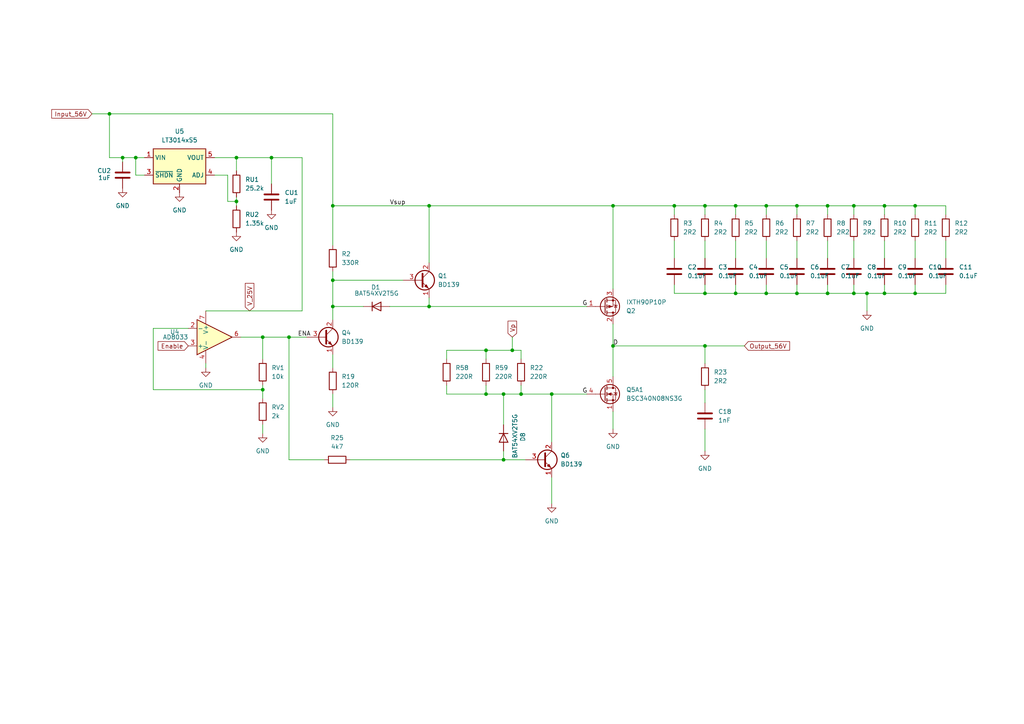
<source format=kicad_sch>
(kicad_sch (version 20231120) (generator "eeschema") (generator_version "8.0")
  (paper "A4")
  (lib_symbols
    (symbol "Amplifier_Operational:AD8001AR" (pin_names (offset 0.127))
      (property "Reference" "U4" (at -12.7 3.81 0))
      (property "Value" "AD8033" (at -7.62 0 0))
      (symbol "AD8001AR_0_1"
        (polyline (pts (xy -5.08 5.08) (xy 5.08 0) (xy -5.08 -5.08) (xy -5.08 5.08)) (stroke (width 0.254)) (fill (type background)))
      )
      (symbol "AD8001AR_1_1"
        (pin no_connect line (at -2.54 2.54 270) (length 2.54) hide (name "NC") (number "1"))
        (pin input line (at -7.62 -2.54 0) (length 2.54) (name "-") (number "2"))
        (pin input line (at -7.62 2.54 0) (length 2.54) (name "+") (number "3"))
        (pin power_in line (at -2.54 7.62 270) (length 3.81) (name "V-") (number "4"))
        (pin no_connect line (at 0 2.54 270) (length 2.54) hide (name "NC") (number "5"))
        (pin output line (at 7.62 0 180) (length 2.54) (name "~") (number "6"))
        (pin power_in line (at -2.54 -7.62 90) (length 3.81) (name "V+") (number "7"))
        (pin no_connect line (at 0 -2.54 90) (length 2.54) hide (name "NC") (number "8"))
      )
    )
    (symbol "Device:C" (pin_numbers hide) (pin_names (offset 0.254))
      (property "Reference" "C" (at 0.635 2.54 0))
      (property "Value" "C" (at 0.635 -2.54 0))
      (symbol "C_0_1"
        (polyline (pts (xy -2.032 -0.762) (xy 2.032 -0.762)) (stroke (width 0.508)))
        (polyline (pts (xy -2.032 0.762) (xy 2.032 0.762)) (stroke (width 0.508)))
      )
      (symbol "C_1_1"
        (pin passive line (at 0 3.81 270) (length 2.794) (name "~") (number "1"))
        (pin passive line (at 0 -3.81 90) (length 2.794) (name "~") (number "2"))
      )
    )
    (symbol "Device:Q_PMOS_SGD" (pin_names (offset 0) hide)
      (property "Reference" "Q2" (at 6.35 1.2701 0))
      (property "Value" "IXTH90P10P" (at 6.35 -1.2699 0))
      (symbol "Q_PMOS_SGD_0_1"
        (polyline (pts (xy 0.254 0) (xy -2.54 0)))
        (polyline (pts (xy 0.254 1.905) (xy 0.254 -1.905)) (stroke (width 0.254)))
        (polyline (pts (xy 0.762 -1.27) (xy 0.762 -2.286)) (stroke (width 0.254)))
        (polyline (pts (xy 0.762 0.508) (xy 0.762 -0.508)) (stroke (width 0.254)))
        (polyline (pts (xy 0.762 2.286) (xy 0.762 1.27)) (stroke (width 0.254)))
        (polyline (pts (xy 2.54 2.54) (xy 2.54 1.778)))
        (polyline (pts (xy 2.54 -2.54) (xy 2.54 0) (xy 0.762 0)))
        (polyline (pts (xy 0.762 1.778) (xy 3.302 1.778) (xy 3.302 -1.778) (xy 0.762 -1.778)))
        (polyline (pts (xy 2.286 0) (xy 1.27 0.381) (xy 1.27 -0.381) (xy 2.286 0)) (fill (type outline)))
        (polyline (pts (xy 2.794 -0.508) (xy 2.921 -0.381) (xy 3.683 -0.381) (xy 3.81 -0.254)))
        (polyline (pts (xy 3.302 -0.381) (xy 2.921 0.254) (xy 3.683 0.254) (xy 3.302 -0.381)))
        (circle (center 1.651 0) (radius 2.794) (stroke (width 0.254)))
        (circle (center 2.54 -1.778) (radius 0.254) (fill (type outline)))
        (circle (center 2.54 1.778) (radius 0.254) (fill (type outline)))
      )
      (symbol "Q_PMOS_SGD_1_1"
        (pin input line (at -5.08 0 0) (length 2.54) (name "G") (number "1"))
        (pin passive line (at 2.54 5.08 270) (length 2.54) (name "D") (number "2"))
        (pin passive line (at 2.54 -5.08 90) (length 2.54) (name "S") (number "3"))
      )
    )
    (symbol "Device:R" (pin_numbers hide) (pin_names (offset 0))
      (property "Reference" "R" (at 2.032 0 90))
      (property "Value" "R" (at 0 0 90))
      (symbol "R_0_1"
        (rectangle (start -1.016 -2.54) (end 1.016 2.54) (stroke (width 0.254)))
      )
      (symbol "R_1_1"
        (pin passive line (at 0 3.81 270) (length 1.27) (name "~") (number "1"))
        (pin passive line (at 0 -3.81 90) (length 1.27) (name "~") (number "2"))
      )
    )
    (symbol "Regulator_Linear:LT3014xS5"
      (property "Reference" "U" (at -6.985 6.35 0))
      (property "Value" "LT3014xS5" (at 5.08 6.35 0))
      (symbol "LT3014xS5_0_1"
        (rectangle (start -7.62 5.08) (end 7.62 -5.08) (stroke (width 0.254)) (fill (type background)))
      )
      (symbol "LT3014xS5_1_1"
        (pin power_in line (at -10.16 2.54 0) (length 2.54) (name "VIN") (number "1"))
        (pin power_in line (at 0 -7.62 90) (length 2.54) (name "GND") (number "2"))
        (pin input line (at -10.16 -2.54 0) (length 2.54) (name "~{SHDN}") (number "3"))
        (pin input line (at 10.16 -2.54 180) (length 2.54) (name "ADJ") (number "4"))
        (pin power_out line (at 10.16 2.54 180) (length 2.54) (name "VOUT") (number "5"))
      )
    )
    (symbol "Simulation_SPICE:DIODE" (pin_numbers hide) (pin_names (offset 1.016) hide)
      (property "Reference" "D" (at 0 2.54 0))
      (property "Value" "DIODE" (at 0 -2.54 0))
      (symbol "DIODE_0_1"
        (polyline (pts (xy 1.27 0) (xy -1.27 0)))
        (polyline (pts (xy 1.27 1.27) (xy 1.27 -1.27)) (stroke (width 0.254)))
        (polyline (pts (xy -1.27 -1.27) (xy -1.27 1.27) (xy 1.27 0) (xy -1.27 -1.27)) (stroke (width 0.254)))
      )
      (symbol "DIODE_1_1"
        (pin passive line (at -3.81 0 0) (length 2.54) (name "A") (number "1"))
        (pin passive line (at 3.81 0 180) (length 2.54) (name "K") (number "2"))
      )
    )
    (symbol "Transistor_BJT:BD139" (pin_names (offset 0) hide)
      (property "Reference" "Q" (at 5.08 1.905 0))
      (property "Value" "BD139" (at 5.08 0 0))
      (symbol "BD139_0_1"
        (polyline (pts (xy 0 0) (xy 0.635 0)))
        (polyline (pts (xy 2.54 -2.54) (xy 0.635 -0.635)))
        (polyline (pts (xy 2.54 2.54) (xy 0.635 0.635)))
        (polyline (pts (xy 0.635 1.905) (xy 0.635 -1.905) (xy 0.635 -1.905)) (stroke (width 0.508)) (fill (type outline)))
        (polyline (pts (xy 1.2446 -1.778) (xy 1.7526 -1.27) (xy 2.286 -2.286) (xy 1.2446 -1.778) (xy 1.2446 -1.778)) (fill (type outline)))
        (circle (center 1.27 0) (radius 2.8194) (stroke (width 0.3048)))
      )
      (symbol "BD139_1_1"
        (pin passive line (at 2.54 -5.08 90) (length 2.54) (name "E") (number "1"))
        (pin passive line (at 2.54 5.08 270) (length 2.54) (name "C") (number "2"))
        (pin input line (at -5.08 0 0) (length 5.08) (name "B") (number "3"))
      )
    )
    (symbol "Transistor_FET:BSC340N08NS3G" (pin_names hide)
      (property "Reference" "Q" (at 5.08 1.905 0))
      (property "Value" "BSC340N08NS3G" (at 5.08 0 0))
      (symbol "BSC340N08NS3G_0_1"
        (polyline (pts (xy 0.254 0) (xy -2.54 0)))
        (polyline (pts (xy 0.254 1.905) (xy 0.254 -1.905)) (stroke (width 0.254)))
        (polyline (pts (xy 0.762 -1.27) (xy 0.762 -2.286)) (stroke (width 0.254)))
        (polyline (pts (xy 0.762 0.508) (xy 0.762 -0.508)) (stroke (width 0.254)))
        (polyline (pts (xy 0.762 2.286) (xy 0.762 1.27)) (stroke (width 0.254)))
        (polyline (pts (xy 2.54 2.54) (xy 2.54 1.778)))
        (polyline (pts (xy 2.54 -2.54) (xy 2.54 0) (xy 0.762 0)))
        (polyline (pts (xy 0.762 -1.778) (xy 3.302 -1.778) (xy 3.302 1.778) (xy 0.762 1.778)))
        (polyline (pts (xy 1.016 0) (xy 2.032 0.381) (xy 2.032 -0.381) (xy 1.016 0)) (fill (type outline)))
        (polyline (pts (xy 2.794 0.508) (xy 2.921 0.381) (xy 3.683 0.381) (xy 3.81 0.254)))
        (polyline (pts (xy 3.302 0.381) (xy 2.921 -0.254) (xy 3.683 -0.254) (xy 3.302 0.381)))
        (circle (center 1.651 0) (radius 2.794) (stroke (width 0.254)))
        (circle (center 2.54 -1.778) (radius 0.254) (fill (type outline)))
        (circle (center 2.54 1.778) (radius 0.254) (fill (type outline)))
      )
      (symbol "BSC340N08NS3G_1_1"
        (pin passive line (at 2.54 -5.08 90) (length 2.54) (name "S") (number "1"))
        (pin passive line (at 2.54 -5.08 90) (length 2.54) hide (name "S") (number "2"))
        (pin passive line (at 2.54 -5.08 90) (length 2.54) hide (name "S") (number "3"))
        (pin passive line (at -5.08 0 0) (length 2.54) (name "G") (number "4"))
        (pin passive line (at 2.54 5.08 270) (length 2.54) (name "D") (number "5"))
      )
    )
    (symbol "power:GND" (power) (pin_names (offset 0))
      (property "Value" "GND" (at 0 -3.81 0))
      (symbol "GND_0_1"
        (polyline (pts (xy 0 0) (xy 0 -1.27) (xy 1.27 -1.27) (xy 0 -2.54) (xy -1.27 -1.27) (xy 0 -1.27)))
      )
      (symbol "GND_1_1"
        (pin power_in line (at 0 0 270) (length 0) hide (name "GND") (number "1"))
      )
    )
  )
  (junction (at 256.54 59.69))
  (junction (at 213.36 85.09))
  (junction (at 96.52 81.28))
  (junction (at 146.05 133.35))
  (junction (at 78.74 45.72))
  (junction (at 247.65 59.69))
  (junction (at 124.46 88.9))
  (junction (at 160.02 114.3))
  (junction (at 256.54 85.09))
  (junction (at 213.36 59.69))
  (junction (at 231.14 85.09))
  (junction (at 251.46 85.09))
  (junction (at 204.47 59.69))
  (junction (at 231.14 59.69))
  (junction (at 68.58 45.72))
  (junction (at 240.03 59.69))
  (junction (at 39.37 45.72))
  (junction (at 83.82 97.79))
  (junction (at 96.52 88.9))
  (junction (at 68.58 58.42))
  (junction (at 204.47 100.33))
  (junction (at 265.43 59.69))
  (junction (at 177.8 59.69))
  (junction (at 240.03 85.09))
  (junction (at 35.56 45.72))
  (junction (at 195.58 59.69))
  (junction (at 96.52 59.69))
  (junction (at 177.8 100.33))
  (junction (at 204.47 85.09))
  (junction (at 146.05 114.3))
  (junction (at 76.2 97.79))
  (junction (at 124.46 59.69))
  (junction (at 140.97 114.3))
  (junction (at 76.2 113.03))
  (junction (at 247.65 85.09))
  (junction (at 222.25 59.69))
  (junction (at 151.13 114.3))
  (junction (at 140.97 101.6))
  (junction (at 148.59 101.6))
  (junction (at 31.75 33.02))
  (junction (at 265.43 85.09))
  (junction (at 222.25 85.09))
  (wire (pts (xy 62.23 45.72) (xy 68.58 45.72)))
  (wire (pts (xy 274.32 62.23) (xy 274.32 59.69)))
  (wire (pts (xy 146.05 114.3) (xy 146.05 123.19)))
  (wire (pts (xy 140.97 101.6) (xy 148.59 101.6)))
  (wire (pts (xy 247.65 82.55) (xy 247.65 85.09)))
  (wire (pts (xy 222.25 85.09) (xy 231.14 85.09)))
  (wire (pts (xy 31.75 33.02) (xy 31.75 45.72)))
  (wire (pts (xy 213.36 82.55) (xy 213.36 85.09)))
  (wire (pts (xy 213.36 85.09) (xy 222.25 85.09)))
  (wire (pts (xy 124.46 59.69) (xy 177.8 59.69)))
  (wire (pts (xy 231.14 59.69) (xy 231.14 62.23)))
  (wire (pts (xy 96.52 102.87) (xy 96.52 106.68)))
  (wire (pts (xy 231.14 85.09) (xy 240.03 85.09)))
  (wire (pts (xy 93.98 133.35) (xy 83.82 133.35)))
  (wire (pts (xy 78.74 45.72) (xy 87.63 45.72)))
  (wire (pts (xy 160.02 114.3) (xy 160.02 128.27)))
  (wire (pts (xy 195.58 59.69) (xy 195.58 62.23)))
  (wire (pts (xy 265.43 59.69) (xy 265.43 62.23)))
  (wire (pts (xy 87.63 45.72) (xy 87.63 90.17)))
  (wire (pts (xy 256.54 82.55) (xy 256.54 85.09)))
  (wire (pts (xy 96.52 88.9) (xy 105.41 88.9)))
  (wire (pts (xy 146.05 133.35) (xy 152.4 133.35)))
  (wire (pts (xy 96.52 81.28) (xy 116.84 81.28)))
  (wire (pts (xy 96.52 88.9) (xy 96.52 92.71)))
  (wire (pts (xy 256.54 59.69) (xy 247.65 59.69)))
  (wire (pts (xy 66.04 58.42) (xy 68.58 58.42)))
  (wire (pts (xy 204.47 113.03) (xy 204.47 116.84)))
  (wire (pts (xy 247.65 85.09) (xy 251.46 85.09)))
  (wire (pts (xy 76.2 97.79) (xy 83.82 97.79)))
  (wire (pts (xy 76.2 123.19) (xy 76.2 125.73)))
  (wire (pts (xy 76.2 111.76) (xy 76.2 113.03)))
  (wire (pts (xy 256.54 59.69) (xy 256.54 62.23)))
  (wire (pts (xy 240.03 85.09) (xy 247.65 85.09)))
  (wire (pts (xy 129.54 101.6) (xy 140.97 101.6)))
  (wire (pts (xy 247.65 69.85) (xy 247.65 74.93)))
  (wire (pts (xy 265.43 69.85) (xy 265.43 74.93)))
  (wire (pts (xy 140.97 114.3) (xy 129.54 114.3)))
  (wire (pts (xy 62.23 50.8) (xy 66.04 50.8)))
  (wire (pts (xy 83.82 97.79) (xy 83.82 133.35)))
  (wire (pts (xy 256.54 85.09) (xy 265.43 85.09)))
  (wire (pts (xy 204.47 100.33) (xy 215.9 100.33)))
  (wire (pts (xy 231.14 59.69) (xy 222.25 59.69)))
  (wire (pts (xy 195.58 69.85) (xy 195.58 74.93)))
  (wire (pts (xy 96.52 33.02) (xy 96.52 59.69)))
  (wire (pts (xy 31.75 45.72) (xy 35.56 45.72)))
  (wire (pts (xy 68.58 49.53) (xy 68.58 45.72)))
  (wire (pts (xy 265.43 82.55) (xy 265.43 85.09)))
  (wire (pts (xy 240.03 82.55) (xy 240.03 85.09)))
  (wire (pts (xy 177.8 59.69) (xy 177.8 83.82)))
  (wire (pts (xy 240.03 69.85) (xy 240.03 74.93)))
  (wire (pts (xy 213.36 69.85) (xy 213.36 74.93)))
  (wire (pts (xy 222.25 69.85) (xy 222.25 74.93)))
  (wire (pts (xy 240.03 59.69) (xy 231.14 59.69)))
  (wire (pts (xy 251.46 85.09) (xy 256.54 85.09)))
  (wire (pts (xy 44.45 113.03) (xy 76.2 113.03)))
  (wire (pts (xy 204.47 59.69) (xy 195.58 59.69)))
  (wire (pts (xy 160.02 114.3) (xy 170.18 114.3)))
  (wire (pts (xy 96.52 81.28) (xy 96.52 88.9)))
  (wire (pts (xy 265.43 85.09) (xy 274.32 85.09)))
  (wire (pts (xy 204.47 59.69) (xy 204.47 62.23)))
  (wire (pts (xy 213.36 59.69) (xy 204.47 59.69)))
  (wire (pts (xy 274.32 85.09) (xy 274.32 82.55)))
  (wire (pts (xy 83.82 97.79) (xy 88.9 97.79)))
  (wire (pts (xy 151.13 114.3) (xy 146.05 114.3)))
  (wire (pts (xy 204.47 124.46) (xy 204.47 130.81)))
  (wire (pts (xy 146.05 130.81) (xy 146.05 133.35)))
  (wire (pts (xy 41.91 50.8) (xy 39.37 50.8)))
  (wire (pts (xy 204.47 85.09) (xy 213.36 85.09)))
  (wire (pts (xy 151.13 114.3) (xy 160.02 114.3)))
  (wire (pts (xy 44.45 95.25) (xy 44.45 113.03)))
  (wire (pts (xy 177.8 59.69) (xy 195.58 59.69)))
  (wire (pts (xy 204.47 105.41) (xy 204.47 100.33)))
  (wire (pts (xy 39.37 50.8) (xy 39.37 45.72)))
  (wire (pts (xy 39.37 45.72) (xy 41.91 45.72)))
  (wire (pts (xy 231.14 69.85) (xy 231.14 74.93)))
  (wire (pts (xy 204.47 69.85) (xy 204.47 74.93)))
  (wire (pts (xy 247.65 59.69) (xy 247.65 62.23)))
  (wire (pts (xy 148.59 97.79) (xy 148.59 101.6)))
  (wire (pts (xy 160.02 138.43) (xy 160.02 146.05)))
  (wire (pts (xy 69.85 97.79) (xy 76.2 97.79)))
  (wire (pts (xy 222.25 82.55) (xy 222.25 85.09)))
  (wire (pts (xy 78.74 45.72) (xy 78.74 53.34)))
  (wire (pts (xy 66.04 50.8) (xy 66.04 58.42)))
  (wire (pts (xy 247.65 59.69) (xy 240.03 59.69)))
  (wire (pts (xy 204.47 82.55) (xy 204.47 85.09)))
  (wire (pts (xy 195.58 82.55) (xy 195.58 85.09)))
  (wire (pts (xy 76.2 97.79) (xy 76.2 104.14)))
  (wire (pts (xy 265.43 59.69) (xy 256.54 59.69)))
  (wire (pts (xy 26.67 33.02) (xy 31.75 33.02)))
  (wire (pts (xy 68.58 57.15) (xy 68.58 58.42)))
  (wire (pts (xy 96.52 78.74) (xy 96.52 81.28)))
  (wire (pts (xy 151.13 101.6) (xy 151.13 104.14)))
  (wire (pts (xy 177.8 119.38) (xy 177.8 124.46)))
  (wire (pts (xy 177.8 100.33) (xy 177.8 109.22)))
  (wire (pts (xy 195.58 85.09) (xy 204.47 85.09)))
  (wire (pts (xy 129.54 104.14) (xy 129.54 101.6)))
  (wire (pts (xy 124.46 59.69) (xy 124.46 76.2)))
  (wire (pts (xy 124.46 88.9) (xy 170.18 88.9)))
  (wire (pts (xy 213.36 59.69) (xy 213.36 62.23)))
  (wire (pts (xy 68.58 58.42) (xy 68.58 59.69)))
  (wire (pts (xy 68.58 45.72) (xy 78.74 45.72)))
  (wire (pts (xy 256.54 69.85) (xy 256.54 74.93)))
  (wire (pts (xy 240.03 59.69) (xy 240.03 62.23)))
  (wire (pts (xy 231.14 82.55) (xy 231.14 85.09)))
  (wire (pts (xy 140.97 101.6) (xy 140.97 104.14)))
  (wire (pts (xy 113.03 88.9) (xy 124.46 88.9)))
  (wire (pts (xy 129.54 111.76) (xy 129.54 114.3)))
  (wire (pts (xy 124.46 86.36) (xy 124.46 88.9)))
  (wire (pts (xy 59.69 105.41) (xy 59.69 106.68)))
  (wire (pts (xy 35.56 45.72) (xy 39.37 45.72)))
  (wire (pts (xy 222.25 59.69) (xy 222.25 62.23)))
  (wire (pts (xy 146.05 114.3) (xy 140.97 114.3)))
  (wire (pts (xy 35.56 46.99) (xy 35.56 45.72)))
  (wire (pts (xy 87.63 90.17) (xy 59.69 90.17)))
  (wire (pts (xy 96.52 114.3) (xy 96.52 118.11)))
  (wire (pts (xy 177.8 93.98) (xy 177.8 100.33)))
  (wire (pts (xy 140.97 111.76) (xy 140.97 114.3)))
  (wire (pts (xy 222.25 59.69) (xy 213.36 59.69)))
  (wire (pts (xy 96.52 59.69) (xy 96.52 71.12)))
  (wire (pts (xy 151.13 111.76) (xy 151.13 114.3)))
  (wire (pts (xy 274.32 69.85) (xy 274.32 74.93)))
  (wire (pts (xy 76.2 113.03) (xy 76.2 115.57)))
  (wire (pts (xy 101.6 133.35) (xy 146.05 133.35)))
  (wire (pts (xy 274.32 59.69) (xy 265.43 59.69)))
  (wire (pts (xy 251.46 85.09) (xy 251.46 90.17)))
  (wire (pts (xy 44.45 95.25) (xy 54.61 95.25)))
  (wire (pts (xy 31.75 33.02) (xy 96.52 33.02)))
  (wire (pts (xy 177.8 100.33) (xy 204.47 100.33)))
  (wire (pts (xy 148.59 101.6) (xy 151.13 101.6)))
  (wire (pts (xy 96.52 59.69) (xy 124.46 59.69)))
  (label "G" (at 168.91 88.9 0))
  (label "G" (at 168.91 114.3 0))
  (label "ENA" (at 86.36 97.79 0))
  (label "D" (at 177.8 100.33 0))
  (label "Vsup" (at 113.03 59.69 0))
  (global_label "Enable" (shape input) (at 54.61 100.33 180) (property "Intersheetrefs" "${INTERSHEET_REFS}" (effects (hide yes))))
  (global_label "V_25V" (shape input) (at 72.39 90.17 90) (property "Intersheetrefs" "${INTERSHEET_REFS}" (effects (hide yes))))
  (global_label "Vp" (shape input) (at 148.59 97.79 90) (property "Intersheetrefs" "${INTERSHEET_REFS}" (effects (hide yes))))
  (global_label "Output_56V" (shape input) (at 215.9 100.33 0) (property "Intersheetrefs" "${INTERSHEET_REFS}" (effects (hide yes))))
  (global_label "Input_56V" (shape input) (at 26.67 33.02 180) (property "Intersheetrefs" "${INTERSHEET_REFS}" (effects (hide yes))))
  (symbol (lib_id "Device:C") (at 274.32 78.74 0) (unit 1)
    (property "Reference" "C11" (at 278.13 77.4699 0) (effects (justify left)))
    (property "Value" "0.1uF" (at 278.13 80.0099 0) (effects (justify left)))
    (property "Footprint" "Capacitor_SMD:C_0603_1608Metric_Pad1.08x0.95mm_HandSolder" (effects (hide yes)))
  )
  (symbol (lib_id "power:GND") (at 68.58 67.31 0) (unit 1)
    (property "Reference" "#PWR052" (effects (hide yes)))
    (property "Value" "GND" (at 68.58 72.39 0))
  )
  (symbol (lib_id "Device:C") (at 256.54 78.74 0) (unit 1)
    (property "Reference" "C9" (at 260.35 77.4699 0) (effects (justify left)))
    (property "Value" "0.1uF" (at 260.35 80.0099 0) (effects (justify left)))
    (property "Footprint" "Capacitor_SMD:C_0603_1608Metric_Pad1.08x0.95mm_HandSolder" (effects (hide yes)))
  )
  (symbol (lib_id "power:GND") (at 96.52 118.11 0) (unit 1)
    (property "Reference" "#PWR040" (effects (hide yes)))
    (property "Value" "GND" (at 96.52 123.19 0))
  )
  (symbol (lib_id "Device:C") (at 35.56 50.8 0) (unit 1)
    (property "Reference" "CU2" (at 28.194 49.53 0) (effects (justify left)))
    (property "Value" "1uF" (at 28.448 51.562 0) (effects (justify left)))
    (property "Footprint" "Capacitor_SMD:C_0603_1608Metric_Pad1.08x0.95mm_HandSolder" (effects (hide yes)))
  )
  (symbol (lib_id "power:GND") (at 160.02 146.05 0) (unit 1)
    (property "Reference" "#PWR042" (effects (hide yes)))
    (property "Value" "GND" (at 160.02 151.13 0))
  )
  (symbol (lib_id "Simulation_SPICE:DIODE") (at 109.22 88.9 180) (unit 1)
    (property "Reference" "D1" (at 108.966 83.312 0))
    (property "Value" "BAT54XV2T5G" (at 109.22 85.09 0))
    (property "Footprint" "Library:D_SOD-523_new" (effects (hide yes)))
    (property "Sim.Device" "SPICE" (effects (hide yes)))
    (property "Sim.Params" "type=\"D\" model=\"BAT54XV2T5G\" lib=\"\"" (effects (hide yes)))
    (property "Sim.Pins" "1=1 2=2" (effects (hide yes)))
  )
  (symbol (lib_id "power:GND") (at 78.74 60.96 0) (unit 1)
    (property "Reference" "#PWR051" (effects (hide yes)))
    (property "Value" "GND" (at 78.74 66.04 0))
  )
  (symbol (lib_id "Device:C") (at 231.14 78.74 0) (unit 1)
    (property "Reference" "C6" (at 234.95 77.4699 0) (effects (justify left)))
    (property "Value" "0.1uF" (at 234.95 80.0099 0) (effects (justify left)))
    (property "Footprint" "Capacitor_SMD:C_0603_1608Metric_Pad1.08x0.95mm_HandSolder" (effects (hide yes)))
  )
  (symbol (lib_id "Transistor_BJT:BD139") (at 93.98 97.79 0) (unit 1)
    (property "Reference" "Q4" (at 99.06 96.5199 0) (effects (justify left)))
    (property "Value" "BD139" (at 99.06 99.0599 0) (effects (justify left)))
    (property "Footprint" "Package_TO_SOT_THT:TO-126-3_Vertical" (effects (hide yes)))
    (property "Datasheet" "http://www.st.com/internet/com/TECHNICAL_RESOURCES/TECHNICAL_LITERATURE/DATASHEET/CD00001225.pdf" (effects (hide yes)))
  )
  (symbol (lib_id "power:GND") (at 204.47 130.81 0) (unit 1)
    (property "Reference" "#PWR044" (effects (hide yes)))
    (property "Value" "GND" (at 204.47 135.89 0))
  )
  (symbol (lib_id "Device:R") (at 151.13 107.95 0) (unit 1)
    (property "Reference" "R22" (at 153.67 106.6799 0) (effects (justify left)))
    (property "Value" "220R" (at 153.67 109.2199 0) (effects (justify left)))
    (property "Footprint" "Resistor_SMD:R_0603_1608Metric_Pad0.98x0.95mm_HandSolder" (effects (hide yes)))
  )
  (symbol (lib_id "Transistor_FET:BSC340N08NS3G") (at 175.26 114.3 0) (unit 1)
    (property "Reference" "Q5A1" (at 181.61 113.0299 0) (effects (justify left)))
    (property "Value" "BSC340N08NS3G" (at 181.61 115.5699 0) (effects (justify left)))
    (property "Footprint" "Package_TO_SOT_SMD:TDSON-8-1" (effects (hide yes)))
    (property "Datasheet" "http://www.infineon.com/dgdl/Infineon-BSC340N08NS3G-DS-v02_06-en.pdf?fileId=db3a30431add1d95011ae81c21f2563a" (effects (hide yes)))
  )
  (symbol (lib_id "Device:R") (at 213.36 66.04 0) (unit 1)
    (property "Reference" "R5" (at 215.9 64.7699 0) (effects (justify left)))
    (property "Value" "2R2" (at 215.9 67.3099 0) (effects (justify left)))
    (property "Footprint" "Resistor_SMD:R_2512_6332Metric_Pad1.40x3.35mm_HandSolder" (effects (hide yes)))
  )
  (symbol (lib_id "Transistor_BJT:BD139") (at 157.48 133.35 0) (unit 1)
    (property "Reference" "Q6" (at 162.56 132.0799 0) (effects (justify left)))
    (property "Value" "BD139" (at 162.56 134.6199 0) (effects (justify left)))
    (property "Footprint" "Package_TO_SOT_THT:TO-126-3_Vertical" (effects (hide yes)))
    (property "Datasheet" "http://www.st.com/internet/com/TECHNICAL_RESOURCES/TECHNICAL_LITERATURE/DATASHEET/CD00001225.pdf" (effects (hide yes)))
  )
  (symbol (lib_id "Device:R") (at 96.52 110.49 0) (unit 1)
    (property "Reference" "R19" (at 99.06 109.2199 0) (effects (justify left)))
    (property "Value" "120R" (at 99.06 111.7599 0) (effects (justify left)))
    (property "Footprint" "Resistor_SMD:R_0603_1608Metric_Pad0.98x0.95mm_HandSolder" (effects (hide yes)))
  )
  (symbol (lib_id "Device:R") (at 204.47 109.22 0) (unit 1)
    (property "Reference" "R23" (at 207.01 107.9499 0) (effects (justify left)))
    (property "Value" "2R2" (at 207.01 110.4899 0) (effects (justify left)))
    (property "Footprint" "Resistor_SMD:R_0603_1608Metric_Pad0.98x0.95mm_HandSolder" (effects (hide yes)))
  )
  (symbol (lib_id "Device:C") (at 204.47 78.74 0) (unit 1)
    (property "Reference" "C3" (at 208.28 77.4699 0) (effects (justify left)))
    (property "Value" "0.1uF" (at 208.28 80.0099 0) (effects (justify left)))
    (property "Footprint" "Capacitor_SMD:C_0603_1608Metric_Pad1.08x0.95mm_HandSolder" (effects (hide yes)))
  )
  (symbol (lib_id "Device:C") (at 222.25 78.74 0) (unit 1)
    (property "Reference" "C5" (at 226.06 77.4699 0) (effects (justify left)))
    (property "Value" "0.1uF" (at 226.06 80.0099 0) (effects (justify left)))
    (property "Footprint" "Capacitor_SMD:C_0603_1608Metric_Pad1.08x0.95mm_HandSolder" (effects (hide yes)))
  )
  (symbol (lib_id "Device:R") (at 222.25 66.04 0) (unit 1)
    (property "Reference" "R6" (at 224.79 64.7699 0) (effects (justify left)))
    (property "Value" "2R2" (at 224.79 67.3099 0) (effects (justify left)))
    (property "Footprint" "Resistor_SMD:R_2512_6332Metric_Pad1.40x3.35mm_HandSolder" (effects (hide yes)))
  )
  (symbol (lib_id "Device:C") (at 78.74 57.15 0) (unit 1)
    (property "Reference" "CU1" (at 82.55 55.8799 0) (effects (justify left)))
    (property "Value" "1uF" (at 82.55 58.4199 0) (effects (justify left)))
    (property "Footprint" "Capacitor_SMD:C_0603_1608Metric_Pad1.08x0.95mm_HandSolder" (effects (hide yes)))
  )
  (symbol (lib_id "Device:R") (at 195.58 66.04 0) (unit 1)
    (property "Reference" "R3" (at 198.12 64.7699 0) (effects (justify left)))
    (property "Value" "2R2" (at 198.12 67.3099 0) (effects (justify left)))
    (property "Footprint" "Resistor_SMD:R_2512_6332Metric_Pad1.40x3.35mm_HandSolder" (effects (hide yes)))
  )
  (symbol (lib_id "power:GND") (at 52.07 55.88 0) (unit 1)
    (property "Reference" "#PWR055" (effects (hide yes)))
    (property "Value" "GND" (at 52.07 60.96 0))
  )
  (symbol (lib_id "power:GND") (at 177.8 124.46 0) (unit 1)
    (property "Reference" "#PWR043" (effects (hide yes)))
    (property "Value" "GND" (at 177.8 129.54 0))
  )
  (symbol (lib_id "Amplifier_Operational:AD8001AR") (at 62.23 97.79 0) (mirror x) (unit 1)
    (property "Reference" "U4" (at 52.07 96.266 0) (effects (justify right)))
    (property "Value" "AD8033" (at 54.61 97.79 0) (effects (justify right)))
    (property "Footprint" "Package_SO:SOIC-8_3.9x4.9mm_P1.27mm" (effects (hide yes)))
    (property "Datasheet" "https://www.analog.com/media/en/technical-documentation/data-sheets/ad8001.pdf" (effects (hide yes)))
  )
  (symbol (lib_id "Device:C") (at 240.03 78.74 0) (unit 1)
    (property "Reference" "C7" (at 243.84 77.4699 0) (effects (justify left)))
    (property "Value" "0.1uF" (at 243.84 80.0099 0) (effects (justify left)))
    (property "Footprint" "Capacitor_SMD:C_0603_1608Metric_Pad1.08x0.95mm_HandSolder" (effects (hide yes)))
  )
  (symbol (lib_id "Simulation_SPICE:DIODE") (at 146.05 127 90) (unit 1)
    (property "Reference" "D8" (at 151.638 126.746 0))
    (property "Value" "BAT54XV2T5G" (at 149.352 126.492 0))
    (property "Footprint" "Library:D_SOD-523_new" (effects (hide yes)))
    (property "Sim.Device" "SPICE" (effects (hide yes)))
    (property "Sim.Params" "type=\"D\" model=\"BAT54XV2T5G\" lib=\"\"" (effects (hide yes)))
    (property "Sim.Pins" "1=1 2=2" (effects (hide yes)))
  )
  (symbol (lib_id "Device:R") (at 68.58 53.34 0) (unit 1)
    (property "Reference" "RU1" (at 71.12 52.0699 0) (effects (justify left)))
    (property "Value" "25.2k" (at 71.12 54.6099 0) (effects (justify left)))
    (property "Footprint" "Resistor_SMD:R_0603_1608Metric_Pad0.98x0.95mm_HandSolder" (effects (hide yes)))
  )
  (symbol (lib_id "Regulator_Linear:LT3014xS5") (at 52.07 48.26 0) (unit 1)
    (property "Reference" "U5" (at 52.07 38.1 0))
    (property "Value" "LT3014xS5" (at 52.07 40.64 0))
    (property "Footprint" "Package_TO_SOT_SMD:SOT-23-5" (effects (hide yes)))
    (property "Datasheet" "https://www.analog.com/media/en/technical-documentation/data-sheets/3014fd.pdf" (effects (hide yes)))
    (property "Description" "20mA output, 3V..80Vin, High voltage low-dropout regulator, SOT-23-5" (effects (hide yes)))
  )
  (symbol (lib_id "Device:R") (at 68.58 63.5 0) (unit 1)
    (property "Reference" "RU2" (at 71.12 62.2299 0) (effects (justify left)))
    (property "Value" "1.35k" (at 71.12 64.7699 0) (effects (justify left)))
    (property "Footprint" "Resistor_SMD:R_0603_1608Metric_Pad0.98x0.95mm_HandSolder" (effects (hide yes)))
  )
  (symbol (lib_id "Device:C") (at 204.47 120.65 0) (unit 1)
    (property "Reference" "C18" (at 208.28 119.3799 0) (effects (justify left)))
    (property "Value" "1nF" (at 208.28 121.9199 0) (effects (justify left)))
    (property "Footprint" "Capacitor_SMD:C_0603_1608Metric_Pad1.08x0.95mm_HandSolder" (effects (hide yes)))
  )
  (symbol (lib_id "Device:C") (at 247.65 78.74 0) (unit 1)
    (property "Reference" "C8" (at 251.46 77.4699 0) (effects (justify left)))
    (property "Value" "0.1uF" (at 251.46 80.0099 0) (effects (justify left)))
    (property "Footprint" "Capacitor_SMD:C_0603_1608Metric_Pad1.08x0.95mm_HandSolder" (effects (hide yes)))
  )
  (symbol (lib_id "power:GND") (at 35.56 54.61 0) (unit 1)
    (property "Reference" "#PWR053" (effects (hide yes)))
    (property "Value" "GND" (at 35.56 59.69 0))
  )
  (symbol (lib_id "Device:R") (at 96.52 74.93 0) (unit 1)
    (property "Reference" "R2" (at 99.06 73.6599 0) (effects (justify left)))
    (property "Value" "330R" (at 99.06 76.1999 0) (effects (justify left)))
    (property "Footprint" "Resistor_SMD:R_1210_3225Metric_Pad1.30x2.65mm_HandSolder" (effects (hide yes)))
  )
  (symbol (lib_id "power:GND") (at 251.46 90.17 0) (unit 1)
    (property "Reference" "#PWR045" (effects (hide yes)))
    (property "Value" "GND" (at 251.46 95.25 0))
  )
  (symbol (lib_id "power:GND") (at 76.2 125.73 0) (unit 1)
    (property "Reference" "#PWR039" (effects (hide yes)))
    (property "Value" "GND" (at 76.2 130.81 0))
  )
  (symbol (lib_id "Device:R") (at 265.43 66.04 0) (unit 1)
    (property "Reference" "R11" (at 267.97 64.7699 0) (effects (justify left)))
    (property "Value" "2R2" (at 267.97 67.3099 0) (effects (justify left)))
    (property "Footprint" "Resistor_SMD:R_2512_6332Metric_Pad1.40x3.35mm_HandSolder" (effects (hide yes)))
  )
  (symbol (lib_id "Device:R") (at 129.54 107.95 0) (unit 1)
    (property "Reference" "R58" (at 132.08 106.6799 0) (effects (justify left)))
    (property "Value" "220R" (at 132.08 109.2199 0) (effects (justify left)))
    (property "Footprint" "Resistor_SMD:R_0603_1608Metric_Pad0.98x0.95mm_HandSolder" (effects (hide yes)))
  )
  (symbol (lib_id "Device:C") (at 265.43 78.74 0) (unit 1)
    (property "Reference" "C10" (at 269.24 77.4699 0) (effects (justify left)))
    (property "Value" "0.1uF" (at 269.24 80.0099 0) (effects (justify left)))
    (property "Footprint" "Capacitor_SMD:C_0603_1608Metric_Pad1.08x0.95mm_HandSolder" (effects (hide yes)))
  )
  (symbol (lib_id "Device:R") (at 97.79 133.35 90) (unit 1)
    (property "Reference" "R25" (at 97.79 127 90))
    (property "Value" "4k7" (at 97.79 129.54 90))
    (property "Footprint" "Resistor_SMD:R_0603_1608Metric_Pad0.98x0.95mm_HandSolder" (effects (hide yes)))
  )
  (symbol (lib_id "Device:R") (at 76.2 119.38 0) (unit 1)
    (property "Reference" "RV2" (at 78.74 118.1099 0) (effects (justify left)))
    (property "Value" "2k" (at 78.74 120.6499 0) (effects (justify left)))
    (property "Footprint" "Resistor_SMD:R_0603_1608Metric_Pad0.98x0.95mm_HandSolder" (effects (hide yes)))
  )
  (symbol (lib_id "Device:R") (at 256.54 66.04 0) (unit 1)
    (property "Reference" "R10" (at 259.08 64.7699 0) (effects (justify left)))
    (property "Value" "2R2" (at 259.08 67.3099 0) (effects (justify left)))
    (property "Footprint" "Resistor_SMD:R_2512_6332Metric_Pad1.40x3.35mm_HandSolder" (effects (hide yes)))
  )
  (symbol (lib_id "power:GND") (at 59.69 106.68 0) (unit 1)
    (property "Reference" "#PWR038" (effects (hide yes)))
    (property "Value" "GND" (at 59.69 111.76 0))
  )
  (symbol (lib_id "Device:R") (at 76.2 107.95 0) (unit 1)
    (property "Reference" "RV1" (at 78.74 106.6799 0) (effects (justify left)))
    (property "Value" "10k" (at 78.74 109.2199 0) (effects (justify left)))
    (property "Footprint" "Resistor_SMD:R_0603_1608Metric_Pad0.98x0.95mm_HandSolder" (effects (hide yes)))
  )
  (symbol (lib_id "Device:C") (at 213.36 78.74 0) (unit 1)
    (property "Reference" "C4" (at 217.17 77.4699 0) (effects (justify left)))
    (property "Value" "0.1uF" (at 217.17 80.0099 0) (effects (justify left)))
    (property "Footprint" "Capacitor_SMD:C_0603_1608Metric_Pad1.08x0.95mm_HandSolder" (effects (hide yes)))
  )
  (symbol (lib_id "Transistor_BJT:BD139") (at 121.92 81.28 0) (unit 1)
    (property "Reference" "Q1" (at 127 80.0099 0) (effects (justify left)))
    (property "Value" "BD139" (at 127 82.5499 0) (effects (justify left)))
    (property "Footprint" "Package_TO_SOT_THT:TO-126-3_Vertical" (effects (hide yes)))
    (property "Datasheet" "http://www.st.com/internet/com/TECHNICAL_RESOURCES/TECHNICAL_LITERATURE/DATASHEET/CD00001225.pdf" (effects (hide yes)))
  )
  (symbol (lib_id "Device:R") (at 240.03 66.04 0) (unit 1)
    (property "Reference" "R8" (at 242.57 64.7699 0) (effects (justify left)))
    (property "Value" "2R2" (at 242.57 67.3099 0) (effects (justify left)))
    (property "Footprint" "Resistor_SMD:R_2512_6332Metric_Pad1.40x3.35mm_HandSolder" (effects (hide yes)))
  )
  (symbol (lib_id "Device:R") (at 140.97 107.95 0) (unit 1)
    (property "Reference" "R59" (at 143.51 106.6799 0) (effects (justify left)))
    (property "Value" "220R" (at 143.51 109.2199 0) (effects (justify left)))
    (property "Footprint" "Resistor_SMD:R_0603_1608Metric_Pad0.98x0.95mm_HandSolder" (effects (hide yes)))
  )
  (symbol (lib_id "Device:R") (at 274.32 66.04 0) (unit 1)
    (property "Reference" "R12" (at 276.86 64.7699 0) (effects (justify left)))
    (property "Value" "2R2" (at 276.86 67.3099 0) (effects (justify left)))
    (property "Footprint" "Resistor_SMD:R_2512_6332Metric_Pad1.40x3.35mm_HandSolder" (effects (hide yes)))
  )
  (symbol (lib_id "Device:R") (at 247.65 66.04 0) (unit 1)
    (property "Reference" "R9" (at 250.19 64.7699 0) (effects (justify left)))
    (property "Value" "2R2" (at 250.19 67.3099 0) (effects (justify left)))
    (property "Footprint" "Resistor_SMD:R_2512_6332Metric_Pad1.40x3.35mm_HandSolder" (effects (hide yes)))
  )
  (symbol (lib_id "Device:Q_PMOS_SGD") (at 175.26 88.9 0) (mirror x) (unit 1)
    (property "Reference" "Q2" (at 181.61 90.1701 0) (effects (justify left)))
    (property "Value" "IXTH90P10P" (at 181.61 87.6301 0) (effects (justify left)))
    (property "Footprint" "Library:TO-247-3_MOSFET" (effects (hide yes)))
  )
  (symbol (lib_id "Device:C") (at 195.58 78.74 0) (unit 1)
    (property "Reference" "C2" (at 199.39 77.4699 0) (effects (justify left)))
    (property "Value" "0.1uF" (at 199.39 80.0099 0) (effects (justify left)))
    (property "Footprint" "Capacitor_SMD:C_0603_1608Metric_Pad1.08x0.95mm_HandSolder" (effects (hide yes)))
  )
  (symbol (lib_id "Device:R") (at 204.47 66.04 0) (unit 1)
    (property "Reference" "R4" (at 207.01 64.7699 0) (effects (justify left)))
    (property "Value" "2R2" (at 207.01 67.3099 0) (effects (justify left)))
    (property "Footprint" "Resistor_SMD:R_2512_6332Metric_Pad1.40x3.35mm_HandSolder" (effects (hide yes)))
  )
  (symbol (lib_id "Device:R") (at 231.14 66.04 0) (unit 1)
    (property "Reference" "R7" (at 233.68 64.7699 0) (effects (justify left)))
    (property "Value" "2R2" (at 233.68 67.3099 0) (effects (justify left)))
    (property "Footprint" "Resistor_SMD:R_2512_6332Metric_Pad1.40x3.35mm_HandSolder" (effects (hide yes)))
  )
)
</source>
